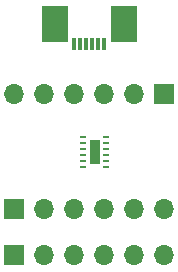
<source format=gbr>
%TF.GenerationSoftware,KiCad,Pcbnew,(5.1.8)-1*%
%TF.CreationDate,2021-08-20T02:01:50-04:00*%
%TF.ProjectId,motor_test,6d6f746f-725f-4746-9573-742e6b696361,rev?*%
%TF.SameCoordinates,Original*%
%TF.FileFunction,Soldermask,Top*%
%TF.FilePolarity,Negative*%
%FSLAX46Y46*%
G04 Gerber Fmt 4.6, Leading zero omitted, Abs format (unit mm)*
G04 Created by KiCad (PCBNEW (5.1.8)-1) date 2021-08-20 02:01:50*
%MOMM*%
%LPD*%
G01*
G04 APERTURE LIST*
%ADD10O,1.700000X1.700000*%
%ADD11R,1.700000X1.700000*%
%ADD12R,2.300000X3.100000*%
%ADD13R,0.300000X1.100000*%
%ADD14R,0.900000X2.000000*%
%ADD15R,0.500000X0.250000*%
G04 APERTURE END LIST*
D10*
%TO.C,J4*%
X142480000Y-94360000D03*
X139940000Y-94360000D03*
X137400000Y-94360000D03*
X134860000Y-94360000D03*
X132320000Y-94360000D03*
D11*
X129780000Y-94360000D03*
%TD*%
D10*
%TO.C,J3*%
X142480000Y-90460000D03*
X139940000Y-90460000D03*
X137400000Y-90460000D03*
X134860000Y-90460000D03*
X132320000Y-90460000D03*
D11*
X129780000Y-90460000D03*
%TD*%
D12*
%TO.C,J2*%
X133200000Y-74790000D03*
X139040000Y-74790000D03*
D13*
X134870000Y-76490000D03*
X135370000Y-76490000D03*
X135870000Y-76490000D03*
X136370000Y-76490000D03*
X136870000Y-76490000D03*
X137370000Y-76490000D03*
%TD*%
D10*
%TO.C,J1*%
X129780000Y-80650000D03*
X132320000Y-80650000D03*
X134860000Y-80650000D03*
X137400000Y-80650000D03*
X139940000Y-80650000D03*
D11*
X142480000Y-80650000D03*
%TD*%
D14*
%TO.C,IC1*%
X136580000Y-85610000D03*
D15*
X137530000Y-84360000D03*
X137530000Y-84860000D03*
X137530000Y-85360000D03*
X137530000Y-85860000D03*
X137530000Y-86360000D03*
X137530000Y-86860000D03*
X135630000Y-86860000D03*
X135630000Y-86360000D03*
X135630000Y-85860000D03*
X135630000Y-85360000D03*
X135630000Y-84860000D03*
X135630000Y-84360000D03*
%TD*%
M02*

</source>
